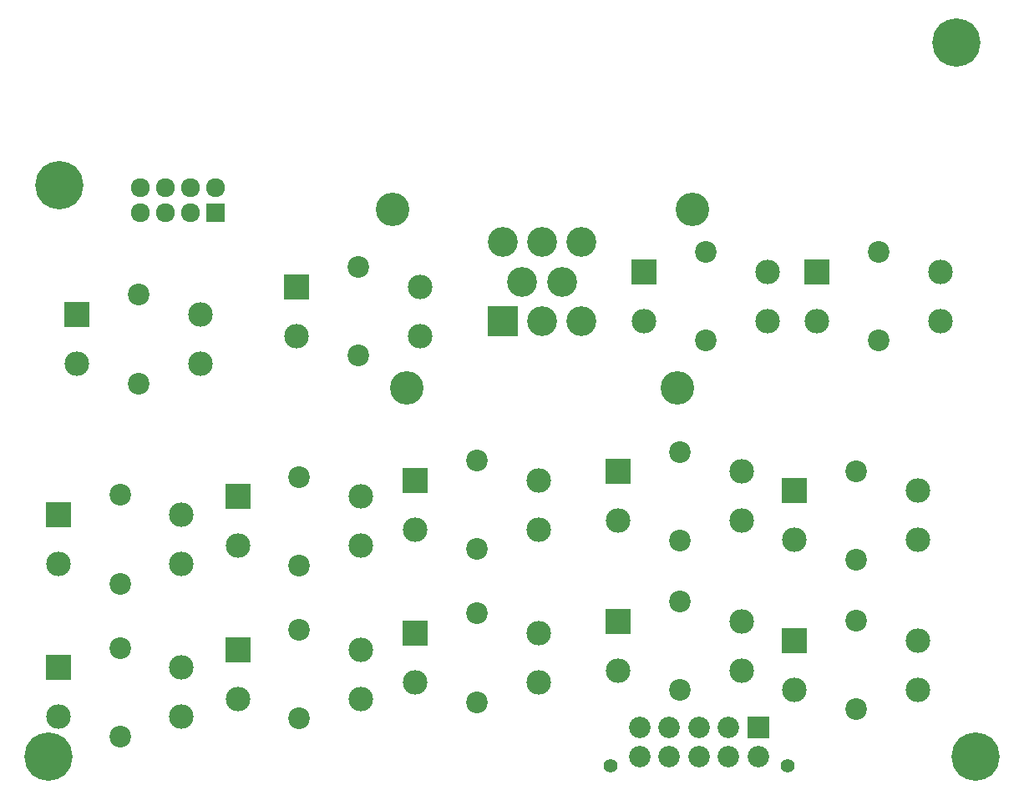
<source format=gbs>
G04 #@! TF.FileFunction,Soldermask,Bot*
%FSLAX46Y46*%
G04 Gerber Fmt 4.6, Leading zero omitted, Abs format (unit mm)*
G04 Created by KiCad (PCBNEW (2016-07-28 BZR 6996, Git e15ad93)-product) date Thu Oct 20 17:42:39 2016*
%MOMM*%
%LPD*%
G01*
G04 APERTURE LIST*
%ADD10C,0.100000*%
%ADD11R,3.023820X3.023820*%
%ADD12C,3.023820*%
%ADD13C,3.399740*%
%ADD14R,2.178000X2.178000*%
%ADD15C,2.178000*%
%ADD16C,1.418540*%
%ADD17R,2.498040X2.498040*%
%ADD18C,2.498040*%
%ADD19C,2.198320*%
%ADD20R,1.924000X1.924000*%
%ADD21C,1.924000*%
%ADD22C,4.900000*%
G04 APERTURE END LIST*
D10*
D11*
X94554040Y-98739960D03*
D12*
X98552000Y-98739960D03*
X102549960Y-98739960D03*
X96553020Y-94742000D03*
X100550980Y-94742000D03*
X94554040Y-90744040D03*
X98552000Y-90744040D03*
X102549960Y-90744040D03*
D13*
X84853780Y-105539540D03*
X112250220Y-105539540D03*
X113751360Y-87442040D03*
X83352640Y-87442040D03*
D14*
X120439180Y-139951460D03*
D15*
X117441980Y-139951460D03*
X114444780Y-139951460D03*
X111447580Y-139951460D03*
X108450380Y-139951460D03*
X120439180Y-142948660D03*
X117441980Y-142948660D03*
X114444780Y-142948660D03*
X111447580Y-142948660D03*
X108450380Y-142948660D03*
D16*
X123444000Y-143891000D03*
X105445560Y-143891000D03*
D17*
X106248200Y-129199640D03*
D18*
X118745000Y-129199640D03*
X106248200Y-134198360D03*
X118745000Y-134198360D03*
D19*
X112496600Y-127200660D03*
X112496600Y-136197340D03*
D17*
X124155200Y-131145280D03*
D18*
X136652000Y-131145280D03*
X124155200Y-136144000D03*
X136652000Y-136144000D03*
D19*
X130403600Y-129146300D03*
X130403600Y-138142980D03*
D17*
X106273600Y-114025680D03*
D18*
X118770400Y-114025680D03*
X106273600Y-119024400D03*
X118770400Y-119024400D03*
D19*
X112522000Y-112026700D03*
X112522000Y-121023380D03*
D17*
X124155200Y-115963700D03*
D18*
X136652000Y-115963700D03*
X124155200Y-120962420D03*
X136652000Y-120962420D03*
D19*
X130403600Y-113964720D03*
X130403600Y-122961400D03*
D17*
X49504600Y-133908800D03*
D18*
X62001400Y-133908800D03*
X49504600Y-138907520D03*
X62001400Y-138907520D03*
D19*
X55753000Y-131909820D03*
X55753000Y-140906500D03*
D17*
X67691000Y-132080000D03*
D18*
X80187800Y-132080000D03*
X67691000Y-137078720D03*
X80187800Y-137078720D03*
D19*
X73939400Y-130081020D03*
X73939400Y-139077700D03*
D17*
X85699600Y-130421380D03*
D18*
X98196400Y-130421380D03*
X85699600Y-135420100D03*
X98196400Y-135420100D03*
D19*
X91948000Y-128422400D03*
X91948000Y-137419080D03*
D17*
X49504600Y-118394480D03*
D18*
X62001400Y-118394480D03*
X49504600Y-123393200D03*
X62001400Y-123393200D03*
D19*
X55753000Y-116395500D03*
X55753000Y-125392180D03*
D17*
X67691000Y-116565680D03*
D18*
X80187800Y-116565680D03*
X67691000Y-121564400D03*
X80187800Y-121564400D03*
D19*
X73939400Y-114566700D03*
X73939400Y-123563380D03*
D17*
X85699600Y-114896900D03*
D18*
X98196400Y-114896900D03*
X85699600Y-119895620D03*
X98196400Y-119895620D03*
D19*
X91948000Y-112897920D03*
X91948000Y-121894600D03*
D17*
X51409600Y-98084640D03*
D18*
X63906400Y-98084640D03*
X51409600Y-103083360D03*
X63906400Y-103083360D03*
D19*
X57658000Y-96085660D03*
X57658000Y-105082340D03*
D17*
X73660000Y-95250000D03*
D18*
X86156800Y-95250000D03*
X73660000Y-100248720D03*
X86156800Y-100248720D03*
D19*
X79908400Y-93251020D03*
X79908400Y-102247700D03*
D17*
X126441200Y-93726000D03*
D18*
X138938000Y-93726000D03*
X126441200Y-98724720D03*
X138938000Y-98724720D03*
D19*
X132689600Y-91727020D03*
X132689600Y-100723700D03*
D17*
X108915200Y-93726000D03*
D18*
X121412000Y-93726000D03*
X108915200Y-98724720D03*
X121412000Y-98724720D03*
D19*
X115163600Y-91727020D03*
X115163600Y-100723700D03*
D20*
X65481200Y-87731600D03*
D21*
X65481200Y-85191600D03*
X62941200Y-87731600D03*
X62941200Y-85191600D03*
X60401200Y-87731600D03*
X60401200Y-85191600D03*
X57861200Y-87731600D03*
X57861200Y-85191600D03*
D22*
X140503660Y-70519540D03*
X49612800Y-84918800D03*
X48516800Y-142973800D03*
X142465800Y-142973800D03*
M02*

</source>
